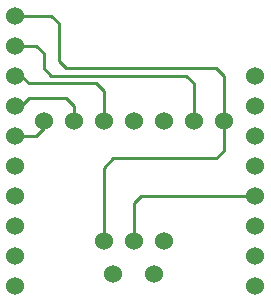
<source format=gtl>
G04 #@! TF.GenerationSoftware,KiCad,Pcbnew,(6.0.6-0)*
G04 #@! TF.CreationDate,2022-07-25T17:11:54+09:00*
G04 #@! TF.ProjectId,livecharm-20220717,6c697665-6368-4617-926d-2d3230323230,rev?*
G04 #@! TF.SameCoordinates,PX68290a0PY2e063a0*
G04 #@! TF.FileFunction,Copper,L1,Top*
G04 #@! TF.FilePolarity,Positive*
%FSLAX46Y46*%
G04 Gerber Fmt 4.6, Leading zero omitted, Abs format (unit mm)*
G04 Created by KiCad (PCBNEW (6.0.6-0)) date 2022-07-25 17:11:54*
%MOMM*%
%LPD*%
G01*
G04 APERTURE LIST*
G04 #@! TA.AperFunction,ComponentPad*
%ADD10C,1.524000*%
G04 #@! TD*
G04 #@! TA.AperFunction,Conductor*
%ADD11C,0.250000*%
G04 #@! TD*
G04 APERTURE END LIST*
D10*
X3960000Y-8890000D03*
X3960000Y-11430000D03*
X3960000Y-13970000D03*
X3960000Y-16510000D03*
X3960000Y-19050000D03*
X3960000Y-21590000D03*
X3960000Y-24130000D03*
X3960000Y-26670000D03*
X3960000Y-29210000D03*
X3960000Y-31750000D03*
X24280000Y-13970000D03*
X24280000Y-16510000D03*
X24280000Y-19050000D03*
X24280000Y-21590000D03*
X24280000Y-24130000D03*
X24280000Y-26670000D03*
X24280000Y-29210000D03*
X24280000Y-31750000D03*
X21590000Y-17780000D03*
X19050000Y-17780000D03*
X16510000Y-17780000D03*
X13970000Y-17780000D03*
X11430000Y-17780000D03*
X8890000Y-17780000D03*
X6350000Y-17780000D03*
X12217400Y-30734000D03*
X15722600Y-30734000D03*
X11430000Y-27940000D03*
X13970000Y-27940000D03*
X16510000Y-27940000D03*
D11*
X11430000Y-27940000D02*
X11430000Y-21748750D01*
X12223750Y-20955000D02*
X20955000Y-20955000D01*
X7620000Y-9525000D02*
X7620000Y-12700000D01*
X11430000Y-21748750D02*
X12223750Y-20955000D01*
X7620000Y-12700000D02*
X8255000Y-13335000D01*
X8255000Y-13335000D02*
X20955000Y-13335000D01*
X20955000Y-20955000D02*
X21590000Y-20320000D01*
X21590000Y-13970000D02*
X21590000Y-17780000D01*
X6985000Y-8890000D02*
X7620000Y-9525000D01*
X20955000Y-13335000D02*
X21590000Y-13970000D01*
X3960000Y-8890000D02*
X6985000Y-8890000D01*
X21590000Y-20320000D02*
X21590000Y-17780000D01*
X18415000Y-13970000D02*
X19050000Y-14605000D01*
X5715000Y-11430000D02*
X6350000Y-12065000D01*
X6350000Y-12065000D02*
X6350000Y-13335000D01*
X6350000Y-13335000D02*
X6985000Y-13970000D01*
X6985000Y-13970000D02*
X18415000Y-13970000D01*
X3960000Y-11430000D02*
X5715000Y-11430000D01*
X19050000Y-14605000D02*
X19050000Y-17780000D01*
X5080000Y-14605000D02*
X10795000Y-14605000D01*
X4445000Y-13970000D02*
X5080000Y-14605000D01*
X3960000Y-13970000D02*
X4445000Y-13970000D01*
X11430000Y-15240000D02*
X11430000Y-17780000D01*
X10795000Y-14605000D02*
X11430000Y-15240000D01*
X8255000Y-15875000D02*
X8890000Y-16510000D01*
X3960000Y-16510000D02*
X4445000Y-16510000D01*
X5080000Y-15875000D02*
X8255000Y-15875000D01*
X8890000Y-16510000D02*
X8890000Y-17780000D01*
X4445000Y-16510000D02*
X5080000Y-15875000D01*
X5715000Y-19050000D02*
X6350000Y-18415000D01*
X3960000Y-19050000D02*
X5715000Y-19050000D01*
X6350000Y-18415000D02*
X6350000Y-17780000D01*
X13970000Y-24765000D02*
X13970000Y-27940000D01*
X14605000Y-24130000D02*
X13970000Y-24765000D01*
X24280000Y-24130000D02*
X14605000Y-24130000D01*
M02*

</source>
